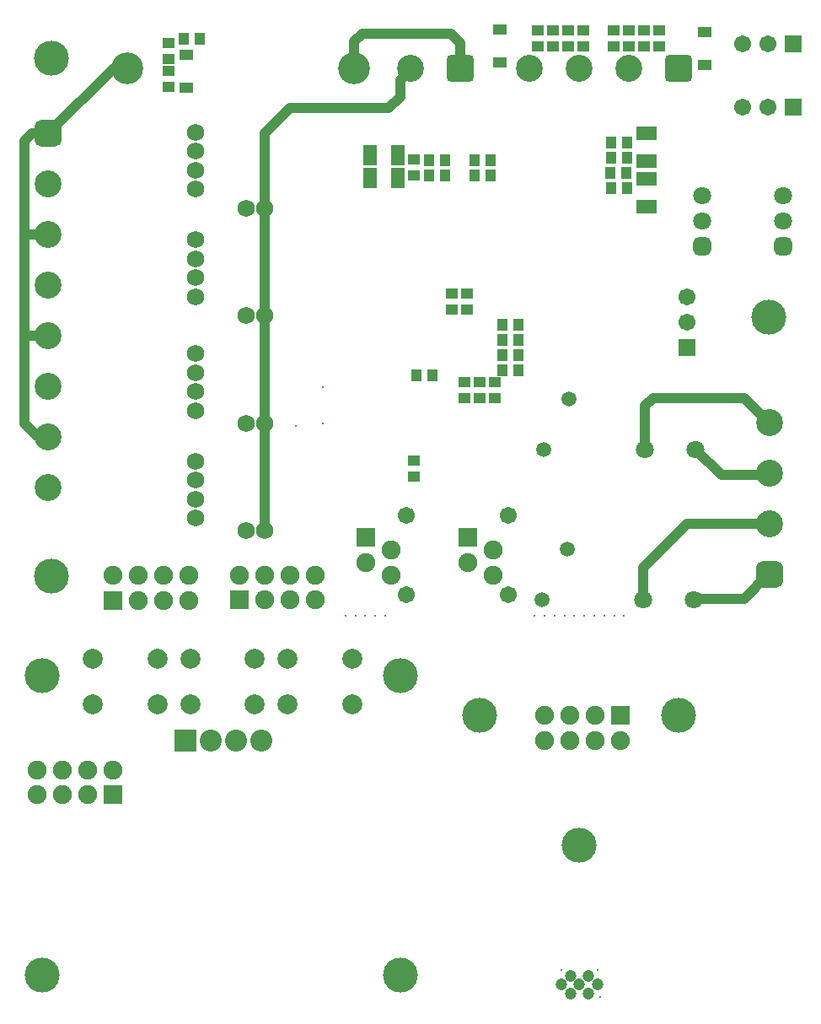
<source format=gbs>
G04 Layer_Color=16711935*
%FSLAX25Y25*%
%MOIN*%
G70*
G01*
G75*
%ADD44C,0.03937*%
%ADD68C,0.13780*%
%ADD102R,0.03950X0.04737*%
%ADD103R,0.04737X0.03950*%
%ADD104R,0.05524X0.07887*%
%ADD121R,0.07887X0.05524*%
%ADD130C,0.06800*%
%ADD131C,0.00800*%
%ADD132C,0.04737*%
%ADD133C,0.07493*%
%ADD134R,0.07493X0.07493*%
G04:AMPARAMS|DCode=135|XSize=106.42mil|YSize=106.42mil|CornerRadius=28.61mil|HoleSize=0mil|Usage=FLASHONLY|Rotation=270.000|XOffset=0mil|YOffset=0mil|HoleType=Round|Shape=RoundedRectangle|*
%AMROUNDEDRECTD135*
21,1,0.10642,0.04921,0,0,270.0*
21,1,0.04921,0.10642,0,0,270.0*
1,1,0.05721,-0.02461,-0.02461*
1,1,0.05721,-0.02461,0.02461*
1,1,0.05721,0.02461,0.02461*
1,1,0.05721,0.02461,-0.02461*
%
%ADD135ROUNDEDRECTD135*%
%ADD136C,0.10642*%
%ADD137C,0.06706*%
%ADD138C,0.07099*%
%ADD139C,0.05918*%
%ADD140R,0.06706X0.06706*%
%ADD141C,0.06706*%
%ADD142R,0.06706X0.06706*%
G04:AMPARAMS|DCode=143|XSize=70.99mil|YSize=70.99mil|CornerRadius=19.75mil|HoleSize=0mil|Usage=FLASHONLY|Rotation=90.000|XOffset=0mil|YOffset=0mil|HoleType=Round|Shape=RoundedRectangle|*
%AMROUNDEDRECTD143*
21,1,0.07099,0.03150,0,0,90.0*
21,1,0.03150,0.07099,0,0,90.0*
1,1,0.03950,0.01575,0.01575*
1,1,0.03950,0.01575,-0.01575*
1,1,0.03950,-0.01575,-0.01575*
1,1,0.03950,-0.01575,0.01575*
%
%ADD143ROUNDEDRECTD143*%
G04:AMPARAMS|DCode=144|XSize=106.42mil|YSize=106.42mil|CornerRadius=16.3mil|HoleSize=0mil|Usage=FLASHONLY|Rotation=180.000|XOffset=0mil|YOffset=0mil|HoleType=Round|Shape=RoundedRectangle|*
%AMROUNDEDRECTD144*
21,1,0.10642,0.07382,0,0,180.0*
21,1,0.07382,0.10642,0,0,180.0*
1,1,0.03261,-0.03691,0.03691*
1,1,0.03261,0.03691,0.03691*
1,1,0.03261,0.03691,-0.03691*
1,1,0.03261,-0.03691,-0.03691*
%
%ADD144ROUNDEDRECTD144*%
%ADD145C,0.12611*%
%ADD146C,0.07887*%
%ADD147R,0.08674X0.08674*%
%ADD148C,0.08674*%
%ADD149R,0.05603X0.04383*%
D44*
X177165Y-19685D02*
Y-9665D01*
X173500Y-6000D02*
X177165Y-9665D01*
X138500Y-6000D02*
X173500D01*
X135394Y-9106D02*
X138500Y-6000D01*
X135394Y-19106D02*
Y-9106D01*
X40224Y-19685D02*
X45709D01*
X14410Y-45500D02*
X40224Y-19685D01*
X8000Y-45500D02*
X14410D01*
X5000Y-48500D02*
X8000Y-45500D01*
X5000Y-160000D02*
Y-48500D01*
Y-160000D02*
X10000Y-165000D01*
X5500Y-125500D02*
X14410D01*
X5500Y-85500D02*
X14410D01*
X100000Y-202500D02*
Y-45500D01*
X110000Y-35500D01*
X149000D01*
X153500Y-31000D01*
Y-24500D01*
X156500Y-21500D01*
X299374Y-159874D02*
X299783D01*
X289500Y-150000D02*
X299374Y-159874D01*
X253500Y-150000D02*
X289500D01*
X250284Y-153217D02*
X253500Y-150000D01*
X250284Y-170374D02*
Y-153217D01*
X270284Y-170374D02*
X270374D01*
X280500Y-180500D01*
X300000D01*
X267126Y-199874D02*
X299783D01*
X249783Y-217216D02*
X267126Y-199874D01*
X249783Y-229874D02*
Y-217216D01*
X268500Y-229500D02*
X289500D01*
X299126Y-219874D01*
D68*
X153543Y-377953D02*
D03*
X11811D02*
D03*
X224410Y-326772D02*
D03*
X263779Y-275590D02*
D03*
X185039D02*
D03*
X299213Y-118110D02*
D03*
X15748Y-220472D02*
D03*
Y-15748D02*
D03*
X11811Y-259842D02*
D03*
X153543D02*
D03*
D102*
X67850Y-8000D02*
D03*
X74150D02*
D03*
X236850Y-55000D02*
D03*
X243150D02*
D03*
X236701Y-61000D02*
D03*
X243000D02*
D03*
X200299Y-121000D02*
D03*
X194000D02*
D03*
X200150Y-139000D02*
D03*
X193850D02*
D03*
X159850Y-141000D02*
D03*
X166150D02*
D03*
X200150Y-133000D02*
D03*
X193850D02*
D03*
X236850Y-67000D02*
D03*
X243150D02*
D03*
X243150Y-49000D02*
D03*
X236850D02*
D03*
X182850Y-62000D02*
D03*
X189150D02*
D03*
X182850Y-56000D02*
D03*
X189150D02*
D03*
X171150Y-62000D02*
D03*
X164850D02*
D03*
X171150Y-56000D02*
D03*
X164850D02*
D03*
X200299Y-127000D02*
D03*
X194000D02*
D03*
D103*
X220000Y-11150D02*
D03*
Y-4850D02*
D03*
X238000Y-11150D02*
D03*
Y-4850D02*
D03*
X62000Y-27150D02*
D03*
Y-20850D02*
D03*
Y-16150D02*
D03*
Y-9850D02*
D03*
X214000Y-11150D02*
D03*
Y-4850D02*
D03*
X244000Y-11150D02*
D03*
Y-4850D02*
D03*
X208000Y-11150D02*
D03*
Y-4850D02*
D03*
X256000Y-11150D02*
D03*
Y-4850D02*
D03*
X179000Y-150150D02*
D03*
Y-143850D02*
D03*
X180000Y-108850D02*
D03*
Y-115150D02*
D03*
X185000Y-143850D02*
D03*
Y-150150D02*
D03*
X159000Y-62000D02*
D03*
Y-55701D02*
D03*
X191000Y-150150D02*
D03*
Y-143850D02*
D03*
X250000Y-4850D02*
D03*
Y-11150D02*
D03*
X226000Y-4850D02*
D03*
Y-11150D02*
D03*
X159000Y-181150D02*
D03*
Y-174850D02*
D03*
X174000Y-115150D02*
D03*
Y-108850D02*
D03*
D104*
X152512Y-54000D02*
D03*
X141488D02*
D03*
Y-63000D02*
D03*
X152512D02*
D03*
D121*
X251000Y-56512D02*
D03*
Y-45488D02*
D03*
Y-63488D02*
D03*
Y-74512D02*
D03*
D130*
X100000Y-202500D02*
D03*
X92500D02*
D03*
X100000Y-160000D02*
D03*
X92500D02*
D03*
X100000Y-117500D02*
D03*
X92500D02*
D03*
X100000Y-75000D02*
D03*
X92500D02*
D03*
X72500Y-197500D02*
D03*
Y-190000D02*
D03*
Y-182500D02*
D03*
Y-175000D02*
D03*
Y-155000D02*
D03*
Y-147500D02*
D03*
Y-140000D02*
D03*
Y-132500D02*
D03*
Y-110000D02*
D03*
Y-102500D02*
D03*
Y-95000D02*
D03*
Y-87500D02*
D03*
Y-67500D02*
D03*
Y-60000D02*
D03*
Y-52500D02*
D03*
Y-45000D02*
D03*
D131*
X206693Y-236221D02*
D03*
X210630D02*
D03*
X214567D02*
D03*
X218504D02*
D03*
X222441D02*
D03*
X226378D02*
D03*
X230315D02*
D03*
X234252D02*
D03*
X238189D02*
D03*
X242126D02*
D03*
X147638D02*
D03*
X143701D02*
D03*
X139764D02*
D03*
X135827D02*
D03*
X131890D02*
D03*
X232677Y-386614D02*
D03*
X217323Y-375984D02*
D03*
X231496D02*
D03*
X112276Y-161268D02*
D03*
X122906Y-145913D02*
D03*
Y-160087D02*
D03*
D132*
X220866Y-378346D02*
D03*
X227953D02*
D03*
X231496Y-381890D02*
D03*
X224410D02*
D03*
X217323D02*
D03*
X220866Y-385433D02*
D03*
X227953D02*
D03*
D133*
X210472Y-285433D02*
D03*
X220472D02*
D03*
X230472D02*
D03*
X240472D02*
D03*
X230472Y-275590D02*
D03*
X220472D02*
D03*
X210472D02*
D03*
X150000Y-220000D02*
D03*
Y-210000D02*
D03*
X140000Y-215000D02*
D03*
X190354Y-220000D02*
D03*
Y-210000D02*
D03*
X180354Y-215000D02*
D03*
X120000Y-220000D02*
D03*
X110000D02*
D03*
X100000D02*
D03*
X90000D02*
D03*
X100000Y-229842D02*
D03*
X110000D02*
D03*
X120000D02*
D03*
X70000Y-220158D02*
D03*
X60000D02*
D03*
X50000D02*
D03*
X40000D02*
D03*
X50000Y-230000D02*
D03*
X60000D02*
D03*
X70000D02*
D03*
X10000Y-297000D02*
D03*
X20000D02*
D03*
X30000D02*
D03*
X40000D02*
D03*
X30000Y-306842D02*
D03*
X20000D02*
D03*
X10000D02*
D03*
D134*
X240472Y-275590D02*
D03*
X140000Y-205000D02*
D03*
X180354D02*
D03*
X90000Y-229842D02*
D03*
X40000Y-230000D02*
D03*
Y-306842D02*
D03*
D135*
X14410Y-45500D02*
D03*
X299783Y-219874D02*
D03*
D136*
X14410Y-105500D02*
D03*
Y-165500D02*
D03*
Y-185500D02*
D03*
Y-145500D02*
D03*
Y-65500D02*
D03*
Y-85500D02*
D03*
Y-125500D02*
D03*
X299783Y-159874D02*
D03*
Y-179874D02*
D03*
Y-199874D02*
D03*
X224410Y-19685D02*
D03*
X244094D02*
D03*
X204724D02*
D03*
X157480D02*
D03*
D137*
X155906Y-196378D02*
D03*
Y-227874D02*
D03*
X196260Y-196378D02*
D03*
Y-227874D02*
D03*
D138*
X269783Y-229874D02*
D03*
X249783D02*
D03*
X305000Y-70000D02*
D03*
Y-80000D02*
D03*
X273000Y-70000D02*
D03*
Y-80000D02*
D03*
X270284Y-170374D02*
D03*
X250284D02*
D03*
D139*
X219783Y-209874D02*
D03*
X209784Y-229874D02*
D03*
X220284Y-150374D02*
D03*
X210283Y-170374D02*
D03*
D140*
X267000Y-130000D02*
D03*
D141*
Y-120000D02*
D03*
Y-110000D02*
D03*
X299000Y-10000D02*
D03*
X289000D02*
D03*
X299000Y-35000D02*
D03*
X289000D02*
D03*
D142*
X309000Y-10000D02*
D03*
Y-35000D02*
D03*
D143*
X305000Y-90000D02*
D03*
X273000D02*
D03*
D144*
X263779Y-19685D02*
D03*
X177165D02*
D03*
D145*
X45709D02*
D03*
X135394D02*
D03*
D146*
X57555Y-253236D02*
D03*
X31965D02*
D03*
X57555Y-270953D02*
D03*
X31965D02*
D03*
X96055Y-253236D02*
D03*
X70464D02*
D03*
X96055Y-270953D02*
D03*
X70464D02*
D03*
X134555Y-253236D02*
D03*
X108965D02*
D03*
X134555Y-270953D02*
D03*
X108965D02*
D03*
D147*
X68760Y-285595D02*
D03*
D148*
X78760D02*
D03*
X88760D02*
D03*
X98760D02*
D03*
D149*
X193000Y-17437D02*
D03*
Y-4563D02*
D03*
X274000Y-18437D02*
D03*
Y-5563D02*
D03*
X69000Y-27437D02*
D03*
Y-14563D02*
D03*
M02*

</source>
